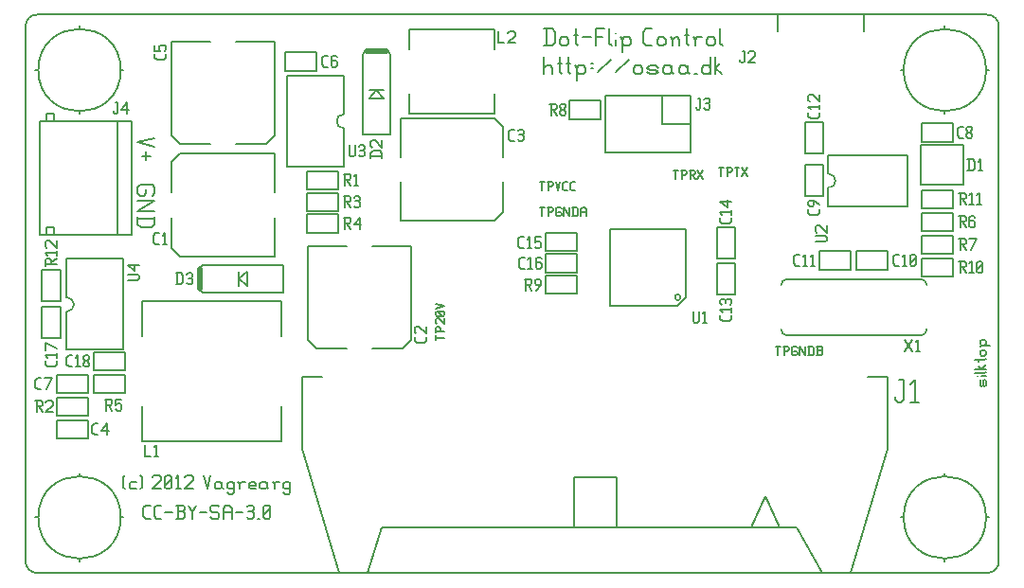
<source format=gto>
G04 start of page 8 for group -4079 idx -4079 *
G04 Title: Dot-Flip Control, topsilk *
G04 Creator: pcb 20110918 *
G04 CreationDate: Tue 04 Dec 2012 09:28:54 AM GMT UTC *
G04 For: bertho *
G04 Format: Gerber/RS-274X *
G04 PCB-Dimensions: 450000 250000 *
G04 PCB-Coordinate-Origin: lower left *
%MOIN*%
%FSLAX25Y25*%
%LNTOPSILK*%
%ADD90C,0.0200*%
%ADD89C,0.0075*%
%ADD88C,0.0070*%
%ADD87C,0.0080*%
G54D87*X24000Y230000D02*X358500D01*
X362500Y226000D02*Y37500D01*
X358500Y33500D02*X24000D01*
X20000Y37500D02*Y226000D01*
X362500Y37500D02*G75*G02X358500Y33500I-4000J0D01*G01*
Y230000D02*G75*G02X362500Y226000I0J-4000D01*G01*
X20000D02*G75*G02X24000Y230000I4000J0D01*G01*
Y33500D02*G75*G02X20000Y37500I0J4000D01*G01*
G54D88*X54500Y63600D02*X55100Y63000D01*
X54500Y67200D02*X55100Y67800D01*
X54500Y67200D02*Y63600D01*
X57140Y65400D02*X58940D01*
X56540Y64800D02*X57140Y65400D01*
X56540Y64800D02*Y63600D01*
X57140Y63000D01*
X58940D01*
X60380Y67800D02*X60980Y67200D01*
Y63600D01*
X60380Y63000D02*X60980Y63600D01*
X64580Y67200D02*X65180Y67800D01*
X66980D01*
X67580Y67200D01*
Y66000D01*
X64580Y63000D02*X67580Y66000D01*
X64580Y63000D02*X67580D01*
X69020Y63600D02*X69620Y63000D01*
X69020Y67200D02*Y63600D01*
Y67200D02*X69620Y67800D01*
X70820D01*
X71420Y67200D01*
Y63600D01*
X70820Y63000D02*X71420Y63600D01*
X69620Y63000D02*X70820D01*
X69020Y64200D02*X71420Y66600D01*
X72860Y66840D02*X73820Y67800D01*
Y63000D01*
X72860D02*X74660D01*
X76100Y67200D02*X76700Y67800D01*
X78500D01*
X79100Y67200D01*
Y66000D01*
X76100Y63000D02*X79100Y66000D01*
X76100Y63000D02*X79100D01*
X82700Y67800D02*X83900Y63000D01*
X85100Y67800D01*
X88340Y65400D02*X88940Y64800D01*
X87140Y65400D02*X88340D01*
X86540Y64800D02*X87140Y65400D01*
X86540Y64800D02*Y63600D01*
X87140Y63000D01*
X88940Y65400D02*Y63600D01*
X89540Y63000D01*
X87140D02*X88340D01*
X88940Y63600D01*
X92780Y65400D02*X93380Y64800D01*
X91580Y65400D02*X92780D01*
X90980Y64800D02*X91580Y65400D01*
X90980Y64800D02*Y63600D01*
X91580Y63000D01*
X92780D01*
X93380Y63600D01*
X90980Y61800D02*X91580Y61200D01*
X92780D01*
X93380Y61800D01*
Y65400D02*Y61800D01*
X95420Y64800D02*Y63000D01*
Y64800D02*X96020Y65400D01*
X97220D01*
X94820D02*X95420Y64800D01*
X99260Y63000D02*X101060D01*
X98660Y63600D02*X99260Y63000D01*
X98660Y64800D02*Y63600D01*
Y64800D02*X99260Y65400D01*
X100460D01*
X101060Y64800D01*
X98660Y64200D02*X101060D01*
Y64800D02*Y64200D01*
X104300Y65400D02*X104900Y64800D01*
X103100Y65400D02*X104300D01*
X102500Y64800D02*X103100Y65400D01*
X102500Y64800D02*Y63600D01*
X103100Y63000D01*
X104900Y65400D02*Y63600D01*
X105500Y63000D01*
X103100D02*X104300D01*
X104900Y63600D01*
X107540Y64800D02*Y63000D01*
Y64800D02*X108140Y65400D01*
X109340D01*
X106940D02*X107540Y64800D01*
X112580Y65400D02*X113180Y64800D01*
X111380Y65400D02*X112580D01*
X110780Y64800D02*X111380Y65400D01*
X110780Y64800D02*Y63600D01*
X111380Y63000D01*
X112580D01*
X113180Y63600D01*
X110780Y61800D02*X111380Y61200D01*
X112580D01*
X113180Y61800D01*
Y65400D02*Y61800D01*
X62340Y52500D02*X63900D01*
X61500Y53340D02*X62340Y52500D01*
X61500Y56460D02*Y53340D01*
Y56460D02*X62340Y57300D01*
X63900D01*
X66180Y52500D02*X67740D01*
X65340Y53340D02*X66180Y52500D01*
X65340Y56460D02*Y53340D01*
Y56460D02*X66180Y57300D01*
X67740D01*
X69180Y54900D02*X71580D01*
X73020Y52500D02*X75420D01*
X76020Y53100D01*
Y54540D02*Y53100D01*
X75420Y55140D02*X76020Y54540D01*
X73620Y55140D02*X75420D01*
X73620Y57300D02*Y52500D01*
X73020Y57300D02*X75420D01*
X76020Y56700D01*
Y55740D01*
X75420Y55140D02*X76020Y55740D01*
X77460Y57300D02*X78660Y54900D01*
X79860Y57300D01*
X78660Y54900D02*Y52500D01*
X81300Y54900D02*X83700D01*
X87540Y57300D02*X88140Y56700D01*
X85740Y57300D02*X87540D01*
X85140Y56700D02*X85740Y57300D01*
X85140Y56700D02*Y55500D01*
X85740Y54900D01*
X87540D01*
X88140Y54300D01*
Y53100D01*
X87540Y52500D02*X88140Y53100D01*
X85740Y52500D02*X87540D01*
X85140Y53100D02*X85740Y52500D01*
X89580Y56100D02*Y52500D01*
Y56100D02*X90420Y57300D01*
X91740D01*
X92580Y56100D01*
Y52500D01*
X89580Y54900D02*X92580D01*
X94020D02*X96420D01*
X97860Y56700D02*X98460Y57300D01*
X99660D01*
X100260Y56700D01*
X99660Y52500D02*X100260Y53100D01*
X98460Y52500D02*X99660D01*
X97860Y53100D02*X98460Y52500D01*
Y55140D02*X99660D01*
X100260Y56700D02*Y55740D01*
Y54540D02*Y53100D01*
Y54540D02*X99660Y55140D01*
X100260Y55740D02*X99660Y55140D01*
X101700Y52500D02*X102300D01*
X103740Y53100D02*X104340Y52500D01*
X103740Y56700D02*Y53100D01*
Y56700D02*X104340Y57300D01*
X105540D01*
X106140Y56700D01*
Y53100D01*
X105540Y52500D02*X106140Y53100D01*
X104340Y52500D02*X105540D01*
X103740Y53700D02*X106140Y56100D01*
X65500Y167000D02*X64750Y166250D01*
X65500Y169250D02*Y167000D01*
X64750Y170000D02*X65500Y169250D01*
X60250Y170000D02*X64750D01*
X60250D02*X59500Y169250D01*
Y167000D01*
X60250Y166250D01*
X61750D01*
X62500Y167000D02*X61750Y166250D01*
X62500Y168500D02*Y167000D01*
X59500Y164450D02*X65500D01*
X59500Y160700D01*
X65500D01*
X59500Y158150D02*X65500D01*
Y156200D02*X64450Y155150D01*
X60550D02*X64450D01*
X59500Y156200D02*X60550Y155150D01*
X59500Y158900D02*Y156200D01*
X65500Y158900D02*Y156200D01*
Y186500D02*X59500Y185000D01*
X65500Y183500D01*
X62500Y181700D02*Y178700D01*
X61000Y180200D02*X64000D01*
X203250Y225000D02*Y219000D01*
X205200Y225000D02*X206250Y223950D01*
Y220050D01*
X205200Y219000D02*X206250Y220050D01*
X202500Y219000D02*X205200D01*
X202500Y225000D02*X205200D01*
X208050Y221250D02*Y219750D01*
Y221250D02*X208800Y222000D01*
X210300D01*
X211050Y221250D01*
Y219750D01*
X210300Y219000D02*X211050Y219750D01*
X208800Y219000D02*X210300D01*
X208050Y219750D02*X208800Y219000D01*
X213600Y225000D02*Y219750D01*
X214350Y219000D01*
X212850Y222750D02*X214350D01*
X215850Y222000D02*X218850D01*
X220650Y225000D02*Y219000D01*
Y225000D02*X223650D01*
X220650Y222300D02*X222900D01*
X225450Y225000D02*Y219750D01*
X226200Y219000D01*
G54D89*X227700Y223500D02*Y223350D01*
G54D88*Y221250D02*Y219000D01*
X229950Y221250D02*Y216750D01*
X229200Y222000D02*X229950Y221250D01*
X230700Y222000D01*
X232200D01*
X232950Y221250D01*
Y219750D01*
X232200Y219000D02*X232950Y219750D01*
X230700Y219000D02*X232200D01*
X229950Y219750D02*X230700Y219000D01*
X238500D02*X240450D01*
X237450Y220050D02*X238500Y219000D01*
X237450Y223950D02*Y220050D01*
Y223950D02*X238500Y225000D01*
X240450D01*
X242250Y221250D02*Y219750D01*
Y221250D02*X243000Y222000D01*
X244500D01*
X245250Y221250D01*
Y219750D01*
X244500Y219000D02*X245250Y219750D01*
X243000Y219000D02*X244500D01*
X242250Y219750D02*X243000Y219000D01*
X247800Y221250D02*Y219000D01*
Y221250D02*X248550Y222000D01*
X249300D01*
X250050Y221250D01*
Y219000D01*
X247050Y222000D02*X247800Y221250D01*
X252600Y225000D02*Y219750D01*
X253350Y219000D01*
X251850Y222750D02*X253350D01*
X255600Y221250D02*Y219000D01*
Y221250D02*X256350Y222000D01*
X257850D01*
X254850D02*X255600Y221250D01*
X259650D02*Y219750D01*
Y221250D02*X260400Y222000D01*
X261900D01*
X262650Y221250D01*
Y219750D01*
X261900Y219000D02*X262650Y219750D01*
X260400Y219000D02*X261900D01*
X259650Y219750D02*X260400Y219000D01*
X264450Y225000D02*Y219750D01*
X265200Y219000D01*
X202500Y215000D02*Y209000D01*
Y211250D02*X203250Y212000D01*
X204750D01*
X205500Y211250D01*
Y209000D01*
X208050Y215000D02*Y209750D01*
X208800Y209000D01*
X207300Y212750D02*X208800D01*
X211050Y215000D02*Y209750D01*
X211800Y209000D01*
X210300Y212750D02*X211800D01*
X214050Y211250D02*Y206750D01*
X213300Y212000D02*X214050Y211250D01*
X214800Y212000D01*
X216300D01*
X217050Y211250D01*
Y209750D01*
X216300Y209000D02*X217050Y209750D01*
X214800Y209000D02*X216300D01*
X214050Y209750D02*X214800Y209000D01*
X218850Y212750D02*X219600D01*
X218850Y211250D02*X219600D01*
X221400Y209750D02*X225900Y214250D01*
X227700Y209750D02*X232200Y214250D01*
X234000Y211250D02*Y209750D01*
Y211250D02*X234750Y212000D01*
X236250D01*
X237000Y211250D01*
Y209750D01*
X236250Y209000D02*X237000Y209750D01*
X234750Y209000D02*X236250D01*
X234000Y209750D02*X234750Y209000D01*
X239550D02*X241800D01*
X242550Y209750D01*
X241800Y210500D02*X242550Y209750D01*
X239550Y210500D02*X241800D01*
X238800Y211250D02*X239550Y210500D01*
X238800Y211250D02*X239550Y212000D01*
X241800D01*
X242550Y211250D01*
X238800Y209750D02*X239550Y209000D01*
X246600Y212000D02*X247350Y211250D01*
X245100Y212000D02*X246600D01*
X244350Y211250D02*X245100Y212000D01*
X244350Y211250D02*Y209750D01*
X245100Y209000D01*
X247350Y212000D02*Y209750D01*
X248100Y209000D01*
X245100D02*X246600D01*
X247350Y209750D01*
X252150Y212000D02*X252900Y211250D01*
X250650Y212000D02*X252150D01*
X249900Y211250D02*X250650Y212000D01*
X249900Y211250D02*Y209750D01*
X250650Y209000D01*
X252900Y212000D02*Y209750D01*
X253650Y209000D01*
X250650D02*X252150D01*
X252900Y209750D01*
X255450Y209000D02*X256200D01*
X261000Y215000D02*Y209000D01*
X260250D02*X261000Y209750D01*
X258750Y209000D02*X260250D01*
X258000Y209750D02*X258750Y209000D01*
X258000Y211250D02*Y209750D01*
Y211250D02*X258750Y212000D01*
X260250D01*
X261000Y211250D01*
X262800Y215000D02*Y209000D01*
Y211250D02*X265050Y209000D01*
X262800Y211250D02*X264300Y212750D01*
X358000Y101000D02*Y99500D01*
Y101000D02*X357500Y101500D01*
X357000Y101000D02*X357500Y101500D01*
X357000Y101000D02*Y99500D01*
X356500Y99000D02*X357000Y99500D01*
X356500Y99000D02*X356000Y99500D01*
Y101000D02*Y99500D01*
Y101000D02*X356500Y101500D01*
X357500Y99000D02*X358000Y99500D01*
X355000Y102700D02*X355100D01*
X356500D02*X358000D01*
X354000Y103700D02*X357500D01*
X358000Y104200D01*
X354000Y105200D02*X358000D01*
X356500D02*X358000Y106700D01*
X356500Y105200D02*X355500Y106200D01*
X354000Y108400D02*X357500D01*
X358000Y108900D01*
X355500D02*Y107900D01*
X356500Y109900D02*X357500D01*
X356500D02*X356000Y110400D01*
Y111400D02*Y110400D01*
Y111400D02*X356500Y111900D01*
X357500D01*
X358000Y111400D02*X357500Y111900D01*
X358000Y111400D02*Y110400D01*
X357500Y109900D02*X358000Y110400D01*
X356500Y113600D02*X359500D01*
X356000Y113100D02*X356500Y113600D01*
X356000Y114100D01*
Y115100D02*Y114100D01*
Y115100D02*X356500Y115600D01*
X357500D01*
X358000Y115100D02*X357500Y115600D01*
X358000Y115100D02*Y114100D01*
X357500Y113600D02*X358000Y114100D01*
G54D87*X323500Y102500D02*Y77000D01*
X310500Y33500D01*
X300500D02*X310500D01*
X300500D02*X291500Y49500D01*
X145500D02*X291500D01*
X145500D02*X140500Y33500D01*
X130500D02*X140500D01*
X130500D02*X117500Y77000D01*
Y102500D02*Y77000D01*
X316500Y102500D02*X323500D01*
X117500D02*X124500D01*
X228000Y67000D02*Y49500D01*
X213000Y67000D02*X228000D01*
X213000D02*Y49500D01*
X285500D02*X280500Y60500D01*
X275500Y49500D01*
X269700Y155000D02*Y144000D01*
X263300Y155000D02*Y144000D01*
Y155000D02*X269700D01*
X263300Y144000D02*X269700D01*
X203000Y153200D02*X214000D01*
X203000Y146800D02*X214000D01*
X203000Y153200D02*Y146800D01*
X214000Y153200D02*Y146800D01*
X263300Y142500D02*Y131500D01*
X269700Y142500D02*Y131500D01*
X263300D02*X269700D01*
X263300Y142500D02*X269700D01*
X203000Y138200D02*X214000D01*
X203000Y131800D02*X214000D01*
X203000Y138200D02*Y131800D01*
X214000Y138200D02*Y131800D01*
X203000Y145700D02*X214000D01*
X203000Y139300D02*X214000D01*
X203000Y145700D02*Y139300D01*
X214000Y145700D02*Y139300D01*
X343500Y38500D02*Y37500D01*
X358000Y53000D02*X359000D01*
X329000D02*X328000D01*
X343500Y67500D02*Y68500D01*
X329000Y53000D02*G75*G03X329000Y53000I14500J0D01*G01*
X299500Y140300D02*X310500D01*
X299500Y146700D02*X310500D01*
Y140300D01*
X299500Y146700D02*Y140300D01*
X312500Y146700D02*X323500D01*
X312500Y140300D02*X323500D01*
X312500Y146700D02*Y140300D01*
X323500Y146700D02*Y140300D01*
X335500Y144200D02*X346500D01*
X335500Y137800D02*X346500D01*
X335500Y144200D02*Y137800D01*
X346500Y144200D02*Y137800D01*
X287878Y117158D02*X335123D01*
X287878Y136842D02*X335123D01*
X337090Y134873D02*G75*G03X335121Y136842I-1969J0D01*G01*
X287878D02*G75*G03X285909Y134873I0J-1969D01*G01*
X285910Y119127D02*G75*G03X287879Y117158I1969J0D01*G01*
X335124D02*G75*G03X337093Y119127I0J1969D01*G01*
X343500Y196000D02*Y195000D01*
X358000Y210500D02*X359000D01*
X329000D02*X328000D01*
X343500Y225000D02*Y226000D01*
X329000Y210500D02*G75*G03X329000Y210500I14500J0D01*G01*
X300700Y177000D02*Y166000D01*
X294300Y177000D02*Y166000D01*
Y177000D02*X300700D01*
X294300Y166000D02*X300700D01*
X294300Y192000D02*Y181000D01*
X300700Y192000D02*Y181000D01*
X294300D02*X300700D01*
X294300Y192000D02*X300700D01*
X335000Y184000D02*X350000D01*
X335000D02*Y170000D01*
X350000D01*
Y184000D02*Y170000D01*
X335500Y185300D02*X346500D01*
X335500Y191700D02*X346500D01*
Y185300D01*
X335500Y191700D02*Y185300D01*
Y153800D02*X346500D01*
X335500Y160200D02*X346500D01*
Y153800D01*
X335500Y160200D02*Y153800D01*
Y168200D02*X346500D01*
X335500Y161800D02*X346500D01*
X335500Y168200D02*Y161800D01*
X346500Y168200D02*Y161800D01*
X284843Y230031D02*X315157D01*
Y224323D01*
X284843Y230031D02*Y224323D01*
X302500Y180600D02*X330500D01*
Y162400D01*
X302500Y180600D02*Y174059D01*
Y168941D02*Y162400D01*
X330500D01*
X302500Y169000D02*G75*G03X302500Y174000I0J2500D01*G01*
X335500Y145800D02*X346500D01*
X335500Y152200D02*X346500D01*
Y145800D01*
X335500Y152200D02*Y145800D01*
X155039Y195039D02*X184961D01*
X155039Y202323D02*Y195039D01*
Y224961D02*X184961D01*
Y202323D02*Y195039D01*
X155039Y224961D02*Y217677D01*
X184961Y224961D02*Y217677D01*
X151968Y171035D02*Y157468D01*
X185032D01*
X188032Y160468D01*
Y171035D02*Y160468D01*
X151968Y193532D02*Y179965D01*
Y193532D02*X185032D01*
X188032Y190532D01*
Y179965D01*
X224000Y201500D02*X254000D01*
X224000D02*Y181500D01*
X254000D01*
Y201500D02*Y181500D01*
X244000Y201500D02*Y191500D01*
X254000D01*
X211500Y199700D02*X222500D01*
X211500Y193300D02*X222500D01*
X211500Y199700D02*Y193300D01*
X222500Y199700D02*Y193300D01*
X225621Y127621D02*X249479D01*
X225621Y154379D02*Y127621D01*
Y154379D02*X252379D01*
Y130521D01*
X249479Y127621D01*
X250479Y130521D02*G75*G03X250479Y130521I-1000J0D01*G01*
G54D88*X141000Y203600D02*X146000D01*
X141000Y200400D02*X146000D01*
X141000D02*X143500Y203600D01*
X146000Y200400D01*
G54D90*X140000Y217300D02*X147000D01*
G54D87*X140000D02*X138700Y216000D01*
Y187700D01*
X148300D01*
Y216000D02*Y187700D01*
Y216000D02*X147000Y217300D01*
X71468Y220532D02*X85035D01*
X71468D02*Y187468D01*
X74468Y184468D01*
X85035D01*
X93965Y220532D02*X107532D01*
Y187468D01*
X104532Y184468D01*
X93965D02*X104532D01*
X112000Y208500D02*X132000D01*
X112000D02*Y176500D01*
X132000D01*
Y208500D02*Y195000D01*
Y190000D02*Y176500D01*
Y195000D02*G75*G03X132000Y190000I0J-2500D01*G01*
X111500Y210300D02*X122500D01*
X111500Y216700D02*X122500D01*
Y210300D01*
X111500Y216700D02*Y210300D01*
X39000Y196000D02*Y195000D01*
X53500Y210500D02*X54500D01*
X24500D02*X23500D01*
X39000Y225000D02*Y226000D01*
X24500Y210500D02*G75*G03X24500Y210500I14500J0D01*G01*
X57500Y192500D02*Y152500D01*
X25000D02*X57500D01*
X25000Y192500D02*Y152500D01*
Y192500D02*X57500D01*
X30000Y195000D02*Y192500D01*
X27500Y195000D02*X30000D01*
X27500D02*Y192500D01*
X30000Y155000D02*Y152500D01*
X27500Y155000D02*X30000D01*
X52500Y192500D02*Y152500D01*
X27500Y155000D02*Y152500D01*
X119000Y159700D02*X130000D01*
X119000Y153300D02*X130000D01*
X119000Y159700D02*Y153300D01*
X130000Y159700D02*Y153300D01*
X119000Y160800D02*X130000D01*
X119000Y167200D02*X130000D01*
Y160800D01*
X119000Y167200D02*Y160800D01*
Y174944D02*X130000D01*
X119000Y168544D02*X130000D01*
X119000Y174944D02*Y168544D01*
X130000Y174944D02*Y168544D01*
X107532Y181032D02*Y167465D01*
X74468Y181032D02*X107532D01*
X74468D02*X71468Y178032D01*
Y167465D01*
X107532Y158535D02*Y144968D01*
X74468D02*X107532D01*
X74468D02*X71468Y147968D01*
Y158535D02*Y147968D01*
X119468Y148532D02*X133035D01*
X119468D02*Y115468D01*
X122468Y112468D01*
X133035D01*
X141965Y148532D02*X155532D01*
Y115468D01*
X152532Y112468D01*
X141965D02*X152532D01*
G54D88*X94900Y139500D02*Y134500D01*
X98100Y139500D02*Y134500D01*
X94900Y137000D01*
X98100Y139500D01*
G54D90*X81200Y140500D02*Y133500D01*
G54D87*X82500Y132200D01*
X110800D01*
Y141800D02*Y132200D01*
X82500Y141800D02*X110800D01*
X82500D02*X81200Y140500D01*
X60894Y129106D02*X110106D01*
X60894Y79894D02*X110106D01*
X60894Y129106D02*Y116705D01*
Y92295D02*Y79894D01*
X110106Y92295D02*Y79894D01*
Y129106D02*Y116705D01*
X39000Y38500D02*Y37500D01*
X53500Y53000D02*X54500D01*
X24500D02*X23500D01*
X39000Y67500D02*Y68500D01*
X24500Y53000D02*G75*G03X24500Y53000I14500J0D01*G01*
X31000Y80800D02*X42000D01*
X31000Y87200D02*X42000D01*
Y80800D01*
X31000Y87200D02*Y80800D01*
Y88800D02*X42000D01*
X31000Y95200D02*X42000D01*
Y88800D01*
X31000Y95200D02*Y88800D01*
Y96800D02*X42000D01*
X31000Y103200D02*X42000D01*
Y96800D01*
X31000Y103200D02*Y96800D01*
X44000D02*X55000D01*
X44000Y103200D02*X55000D01*
Y96800D01*
X44000Y103200D02*Y96800D01*
X25800Y127000D02*Y116000D01*
X32200Y127000D02*Y116000D01*
X25800D02*X32200D01*
X25800Y127000D02*X32200D01*
X25800Y140000D02*Y129000D01*
X32200Y140000D02*Y129000D01*
X25800D02*X32200D01*
X25800Y140000D02*X32200D01*
X44000Y111200D02*X55000D01*
X44000Y104800D02*X55000D01*
X44000Y111200D02*Y104800D01*
X55000Y111200D02*Y104800D01*
X34500Y112000D02*X54500D01*
Y144000D02*Y112000D01*
X34500Y144000D02*X54500D01*
X34500Y125500D02*Y112000D01*
Y144000D02*Y130500D01*
Y125500D02*G75*G03X34500Y130500I0J2500D01*G01*
G54D88*X272200Y217000D02*X273000D01*
Y213500D01*
X272500Y213000D02*X273000Y213500D01*
X272000Y213000D02*X272500D01*
X271500Y213500D02*X272000Y213000D01*
X271500Y214000D02*Y213500D01*
X274200Y216500D02*X274700Y217000D01*
X276200D01*
X276700Y216500D01*
Y215500D01*
X274200Y213000D02*X276700Y215500D01*
X274200Y213000D02*X276700D01*
X186500Y224000D02*Y220000D01*
X188500D01*
X189700Y223500D02*X190200Y224000D01*
X191700D01*
X192200Y223500D01*
Y222500D01*
X189700Y220000D02*X192200Y222500D01*
X189700Y220000D02*X192200D01*
X190700Y185500D02*X192000D01*
X190000Y186200D02*X190700Y185500D01*
X190000Y188800D02*Y186200D01*
Y188800D02*X190700Y189500D01*
X192000D01*
X193200Y189000D02*X193700Y189500D01*
X194700D01*
X195200Y189000D01*
X194700Y185500D02*X195200Y186000D01*
X193700Y185500D02*X194700D01*
X193200Y186000D02*X193700Y185500D01*
Y187700D02*X194700D01*
X195200Y189000D02*Y188200D01*
Y187200D02*Y186000D01*
Y187200D02*X194700Y187700D01*
X195200Y188200D02*X194700Y187700D01*
X141500Y180000D02*X145500D01*
X141500Y181300D02*X142200Y182000D01*
X144800D01*
X145500Y181300D02*X144800Y182000D01*
X145500Y181300D02*Y179500D01*
X141500Y181300D02*Y179500D01*
X142000Y183200D02*X141500Y183700D01*
Y185200D02*Y183700D01*
Y185200D02*X142000Y185700D01*
X143000D01*
X145500Y183200D02*X143000Y185700D01*
X145500D02*Y183200D01*
X69500Y216000D02*Y214700D01*
X68800Y214000D02*X69500Y214700D01*
X66200Y214000D02*X68800D01*
X66200D02*X65500Y214700D01*
Y216000D02*Y214700D01*
Y219200D02*Y217200D01*
X67500D01*
X67000Y217700D01*
Y218700D02*Y217700D01*
Y218700D02*X67500Y219200D01*
X69000D01*
X69500Y218700D02*X69000Y219200D01*
X69500Y218700D02*Y217700D01*
X69000Y217200D02*X69500Y217700D01*
X134000Y184000D02*Y180500D01*
X134500Y180000D01*
X135500D01*
X136000Y180500D01*
Y184000D02*Y180500D01*
X137200Y183500D02*X137700Y184000D01*
X138700D01*
X139200Y183500D01*
X138700Y180000D02*X139200Y180500D01*
X137700Y180000D02*X138700D01*
X137200Y180500D02*X137700Y180000D01*
Y182200D02*X138700D01*
X139200Y183500D02*Y182700D01*
Y181700D02*Y180500D01*
Y181700D02*X138700Y182200D01*
X139200Y182700D02*X138700Y182200D01*
X125050Y211650D02*X126350D01*
X124350Y212350D02*X125050Y211650D01*
X124350Y214950D02*Y212350D01*
Y214950D02*X125050Y215650D01*
X126350D01*
X129050D02*X129550Y215150D01*
X128050Y215650D02*X129050D01*
X127550Y215150D02*X128050Y215650D01*
X127550Y215150D02*Y212150D01*
X128050Y211650D01*
X129050Y213850D02*X129550Y213350D01*
X127550Y213850D02*X129050D01*
X128050Y211650D02*X129050D01*
X129550Y212150D01*
Y213350D02*Y212150D01*
X256700Y200500D02*X257500D01*
Y197000D01*
X257000Y196500D02*X257500Y197000D01*
X256500Y196500D02*X257000D01*
X256000Y197000D02*X256500Y196500D01*
X256000Y197500D02*Y197000D01*
X258700Y200000D02*X259200Y200500D01*
X260200D01*
X260700Y200000D01*
X260200Y196500D02*X260700Y197000D01*
X259200Y196500D02*X260200D01*
X258700Y197000D02*X259200Y196500D01*
Y198700D02*X260200D01*
X260700Y200000D02*Y199200D01*
Y198200D02*Y197000D01*
Y198200D02*X260200Y198700D01*
X260700Y199200D02*X260200Y198700D01*
X204350Y198650D02*X206350D01*
X206850Y198150D01*
Y197150D01*
X206350Y196650D02*X206850Y197150D01*
X204850Y196650D02*X206350D01*
X204850Y198650D02*Y194650D01*
X205650Y196650D02*X206850Y194650D01*
X208050Y195150D02*X208550Y194650D01*
X208050Y195950D02*Y195150D01*
Y195950D02*X208750Y196650D01*
X209350D01*
X210050Y195950D01*
Y195150D01*
X209550Y194650D02*X210050Y195150D01*
X208550Y194650D02*X209550D01*
X208050Y197350D02*X208750Y196650D01*
X208050Y198150D02*Y197350D01*
Y198150D02*X208550Y198650D01*
X209550D01*
X210050Y198150D01*
Y197350D01*
X209350Y196650D02*X210050Y197350D01*
X51700Y199000D02*X52500D01*
Y195500D01*
X52000Y195000D02*X52500Y195500D01*
X51500Y195000D02*X52000D01*
X51000Y195500D02*X51500Y195000D01*
X51000Y196000D02*Y195500D01*
X53700Y196500D02*X55700Y199000D01*
X53700Y196500D02*X56200D01*
X55700Y199000D02*Y195000D01*
G54D87*X327400Y101500D02*X329000D01*
Y94500D01*
X328000Y93500D02*X329000Y94500D01*
X327000Y93500D02*X328000D01*
X326000Y94500D02*X327000Y93500D01*
X326000Y95500D02*Y94500D01*
X331400Y99900D02*X333000Y101500D01*
Y93500D01*
X331400D02*X334400D01*
G54D88*X329500Y111500D02*X332000Y115500D01*
X329500D02*X332000Y111500D01*
X333200Y114700D02*X334000Y115500D01*
Y111500D01*
X333200D02*X334700D01*
X284000Y113200D02*X285600D01*
X284800D02*Y110000D01*
X286960Y113200D02*Y110000D01*
X286560Y113200D02*X288160D01*
X288560Y112800D01*
Y112000D01*
X288160Y111600D02*X288560Y112000D01*
X286960Y111600D02*X288160D01*
X291120Y113200D02*X291520Y112800D01*
X289920Y113200D02*X291120D01*
X289520Y112800D02*X289920Y113200D01*
X289520Y112800D02*Y110400D01*
X289920Y110000D01*
X291120D01*
X291520Y110400D01*
Y111200D02*Y110400D01*
X291120Y111600D02*X291520Y111200D01*
X290320Y111600D02*X291120D01*
X292480Y113200D02*Y110000D01*
Y113200D02*X294480Y110000D01*
Y113200D02*Y110000D01*
X295840Y113200D02*Y110000D01*
X296880Y113200D02*X297440Y112640D01*
Y110560D01*
X296880Y110000D02*X297440Y110560D01*
X295440Y110000D02*X296880D01*
X295440Y113200D02*X296880D01*
X298400Y110000D02*X300000D01*
X300400Y110400D01*
Y111360D02*Y110400D01*
X300000Y111760D02*X300400Y111360D01*
X298800Y111760D02*X300000D01*
X298800Y113200D02*Y110000D01*
X298400Y113200D02*X300000D01*
X300400Y112800D01*
Y112160D01*
X300000Y111760D02*X300400Y112160D01*
X65700Y149000D02*X67000D01*
X65000Y149700D02*X65700Y149000D01*
X65000Y152300D02*Y149700D01*
Y152300D02*X65700Y153000D01*
X67000D01*
X68200Y152200D02*X69000Y153000D01*
Y149000D01*
X68200D02*X69700D01*
X56000Y136500D02*X59500D01*
X60000Y137000D01*
Y138000D02*Y137000D01*
Y138000D02*X59500Y138500D01*
X56000D02*X59500D01*
X58500Y139700D02*X56000Y141700D01*
X58500Y142200D02*Y139700D01*
X56000Y141700D02*X60000D01*
X73500Y139000D02*Y135000D01*
X74800Y139000D02*X75500Y138300D01*
Y135700D01*
X74800Y135000D02*X75500Y135700D01*
X73000Y135000D02*X74800D01*
X73000Y139000D02*X74800D01*
X76700Y138500D02*X77200Y139000D01*
X78200D01*
X78700Y138500D01*
X78200Y135000D02*X78700Y135500D01*
X77200Y135000D02*X78200D01*
X76700Y135500D02*X77200Y135000D01*
Y137200D02*X78200D01*
X78700Y138500D02*Y137700D01*
Y136700D02*Y135500D01*
Y136700D02*X78200Y137200D01*
X78700Y137700D02*X78200Y137200D01*
X194073Y147776D02*X195373D01*
X193373Y148476D02*X194073Y147776D01*
X193373Y151076D02*Y148476D01*
Y151076D02*X194073Y151776D01*
X195373D01*
X196573Y150976D02*X197373Y151776D01*
Y147776D01*
X196573D02*X198073D01*
X199273Y151776D02*X201273D01*
X199273D02*Y149776D01*
X199773Y150276D01*
X200773D01*
X201273Y149776D01*
Y148276D01*
X200773Y147776D02*X201273Y148276D01*
X199773Y147776D02*X200773D01*
X199273Y148276D02*X199773Y147776D01*
X195629Y136875D02*X197629D01*
X198129Y136375D01*
Y135375D01*
X197629Y134875D02*X198129Y135375D01*
X196129Y134875D02*X197629D01*
X196129Y136875D02*Y132875D01*
X196929Y134875D02*X198129Y132875D01*
X199829D02*X201329Y134875D01*
Y136375D02*Y134875D01*
X200829Y136875D02*X201329Y136375D01*
X199829Y136875D02*X200829D01*
X199329Y136375D02*X199829Y136875D01*
X199329Y136375D02*Y135375D01*
X199829Y134875D01*
X201329D01*
X194329Y140575D02*X195629D01*
X193629Y141275D02*X194329Y140575D01*
X193629Y143875D02*Y141275D01*
Y143875D02*X194329Y144575D01*
X195629D01*
X196829Y143775D02*X197629Y144575D01*
Y140575D01*
X196829D02*X198329D01*
X201029Y144575D02*X201529Y144075D01*
X200029Y144575D02*X201029D01*
X199529Y144075D02*X200029Y144575D01*
X199529Y144075D02*Y141075D01*
X200029Y140575D01*
X201029Y142775D02*X201529Y142275D01*
X199529Y142775D02*X201029D01*
X200029Y140575D02*X201029D01*
X201529Y141075D01*
Y142275D02*Y141075D01*
X24200Y98000D02*X25500D01*
X23500Y98700D02*X24200Y98000D01*
X23500Y101300D02*Y98700D01*
Y101300D02*X24200Y102000D01*
X25500D01*
X27200Y98000D02*X29200Y102000D01*
X26700D02*X29200D01*
X31000Y108000D02*Y106700D01*
X30300Y106000D02*X31000Y106700D01*
X27700Y106000D02*X30300D01*
X27700D02*X27000Y106700D01*
Y108000D02*Y106700D01*
X27800Y109200D02*X27000Y110000D01*
X31000D01*
Y110700D02*Y109200D01*
Y112400D02*X27000Y114400D01*
Y111900D01*
Y143500D02*Y141500D01*
Y143500D02*X27500Y144000D01*
X28500D01*
X29000Y143500D02*X28500Y144000D01*
X29000Y143500D02*Y142000D01*
X27000D02*X31000D01*
X29000Y142800D02*X31000Y144000D01*
X27800Y145200D02*X27000Y146000D01*
X31000D01*
Y146700D02*Y145200D01*
X27500Y147900D02*X27000Y148400D01*
Y149900D02*Y148400D01*
Y149900D02*X27500Y150400D01*
X28500D01*
X31000Y147900D02*X28500Y150400D01*
X31000D02*Y147900D01*
X161000Y116500D02*Y115200D01*
X160300Y114500D02*X161000Y115200D01*
X157700Y114500D02*X160300D01*
X157700D02*X157000Y115200D01*
Y116500D02*Y115200D01*
X157500Y117700D02*X157000Y118200D01*
Y119700D02*Y118200D01*
Y119700D02*X157500Y120200D01*
X158500D01*
X161000Y117700D02*X158500Y120200D01*
X161000D02*Y117700D01*
X44200Y82000D02*X45500D01*
X43500Y82700D02*X44200Y82000D01*
X43500Y85300D02*Y82700D01*
Y85300D02*X44200Y86000D01*
X45500D01*
X46700Y83500D02*X48700Y86000D01*
X46700Y83500D02*X49200D01*
X48700Y86000D02*Y82000D01*
X62000Y78500D02*Y74500D01*
X64000D01*
X65200Y77700D02*X66000Y78500D01*
Y74500D01*
X65200D02*X66700D01*
X48000Y94500D02*X50000D01*
X50500Y94000D01*
Y93000D01*
X50000Y92500D02*X50500Y93000D01*
X48500Y92500D02*X50000D01*
X48500Y94500D02*Y90500D01*
X49300Y92500D02*X50500Y90500D01*
X51700Y94500D02*X53700D01*
X51700D02*Y92500D01*
X52200Y93000D01*
X53200D01*
X53700Y92500D01*
Y91000D01*
X53200Y90500D02*X53700Y91000D01*
X52200Y90500D02*X53200D01*
X51700Y91000D02*X52200Y90500D01*
X35200Y106000D02*X36500D01*
X34500Y106700D02*X35200Y106000D01*
X34500Y109300D02*Y106700D01*
Y109300D02*X35200Y110000D01*
X36500D01*
X37700Y109200D02*X38500Y110000D01*
Y106000D01*
X37700D02*X39200D01*
X40400Y106500D02*X40900Y106000D01*
X40400Y107300D02*Y106500D01*
Y107300D02*X41100Y108000D01*
X41700D01*
X42400Y107300D01*
Y106500D01*
X41900Y106000D02*X42400Y106500D01*
X40900Y106000D02*X41900D01*
X40400Y108700D02*X41100Y108000D01*
X40400Y109500D02*Y108700D01*
Y109500D02*X40900Y110000D01*
X41900D01*
X42400Y109500D01*
Y108700D01*
X41700Y108000D02*X42400Y108700D01*
X164300Y117100D02*Y115500D01*
Y116300D02*X167500D01*
X164300Y118460D02*X167500D01*
X164300Y119660D02*Y118060D01*
Y119660D02*X164700Y120060D01*
X165500D01*
X165900Y119660D02*X165500Y120060D01*
X165900Y119660D02*Y118460D01*
X164700Y121020D02*X164300Y121420D01*
Y122620D02*Y121420D01*
Y122620D02*X164700Y123020D01*
X165500D01*
X167500Y121020D02*X165500Y123020D01*
X167500D02*Y121020D01*
X167100Y123980D02*X167500Y124380D01*
X164700Y123980D02*X167100D01*
X164700D02*X164300Y124380D01*
Y125180D02*Y124380D01*
Y125180D02*X164700Y125580D01*
X167100D01*
X167500Y125180D02*X167100Y125580D01*
X167500Y125180D02*Y124380D01*
X166700Y123980D02*X165100Y125580D01*
X164300Y126540D02*X167500Y127340D01*
X164300Y128140D01*
X23350Y94150D02*X25350D01*
X25850Y93650D01*
Y92650D01*
X25350Y92150D02*X25850Y92650D01*
X23850Y92150D02*X25350D01*
X23850Y94150D02*Y90150D01*
X24650Y92150D02*X25850Y90150D01*
X27050Y93650D02*X27550Y94150D01*
X29050D01*
X29550Y93650D01*
Y92650D01*
X27050Y90150D02*X29550Y92650D01*
X27050Y90150D02*X29550D01*
X299350Y161350D02*Y160050D01*
X298650Y159350D02*X299350Y160050D01*
X296050Y159350D02*X298650D01*
X296050D02*X295350Y160050D01*
Y161350D02*Y160050D01*
X299350Y163050D02*X297350Y164550D01*
X295850D02*X297350D01*
X295350Y164050D02*X295850Y164550D01*
X295350Y164050D02*Y163050D01*
X295850Y162550D02*X295350Y163050D01*
X295850Y162550D02*X296850D01*
X297350Y163050D01*
Y164550D02*Y163050D01*
X299500Y195500D02*Y194200D01*
X298800Y193500D02*X299500Y194200D01*
X296200Y193500D02*X298800D01*
X296200D02*X295500Y194200D01*
Y195500D02*Y194200D01*
X296300Y196700D02*X295500Y197500D01*
X299500D01*
Y198200D02*Y196700D01*
X296000Y199400D02*X295500Y199900D01*
Y201400D02*Y199900D01*
Y201400D02*X296000Y201900D01*
X297000D01*
X299500Y199400D02*X297000Y201900D01*
X299500D02*Y199400D01*
X352000Y179000D02*Y175000D01*
X353300Y179000D02*X354000Y178300D01*
Y175700D01*
X353300Y175000D02*X354000Y175700D01*
X351500Y175000D02*X353300D01*
X351500Y179000D02*X353300D01*
X355200Y178200D02*X356000Y179000D01*
Y175000D01*
X355200D02*X356700D01*
X348550Y186650D02*X349850D01*
X347850Y187350D02*X348550Y186650D01*
X347850Y189950D02*Y187350D01*
Y189950D02*X348550Y190650D01*
X349850D01*
X351050Y187150D02*X351550Y186650D01*
X351050Y187950D02*Y187150D01*
Y187950D02*X351750Y188650D01*
X352350D01*
X353050Y187950D01*
Y187150D01*
X352550Y186650D02*X353050Y187150D01*
X351550Y186650D02*X352550D01*
X351050Y189350D02*X351750Y188650D01*
X351050Y190150D02*Y189350D01*
Y190150D02*X351550Y190650D01*
X352550D01*
X353050Y190150D01*
Y189350D01*
X352350Y188650D02*X353050Y189350D01*
X348350Y167150D02*X350350D01*
X350850Y166650D01*
Y165650D01*
X350350Y165150D02*X350850Y165650D01*
X348850Y165150D02*X350350D01*
X348850Y167150D02*Y163150D01*
X349650Y165150D02*X350850Y163150D01*
X352050Y166350D02*X352850Y167150D01*
Y163150D01*
X352050D02*X353550D01*
X354750Y166350D02*X355550Y167150D01*
Y163150D01*
X354750D02*X356250D01*
X348350Y159150D02*X350350D01*
X350850Y158650D01*
Y157650D01*
X350350Y157150D02*X350850Y157650D01*
X348850Y157150D02*X350350D01*
X348850Y159150D02*Y155150D01*
X349650Y157150D02*X350850Y155150D01*
X353550Y159150D02*X354050Y158650D01*
X352550Y159150D02*X353550D01*
X352050Y158650D02*X352550Y159150D01*
X352050Y158650D02*Y155650D01*
X352550Y155150D01*
X353550Y157350D02*X354050Y156850D01*
X352050Y157350D02*X353550D01*
X352550Y155150D02*X353550D01*
X354050Y155650D01*
Y156850D02*Y155650D01*
X268350Y158350D02*Y157050D01*
X267650Y156350D02*X268350Y157050D01*
X265050Y156350D02*X267650D01*
X265050D02*X264350Y157050D01*
Y158350D02*Y157050D01*
X265150Y159550D02*X264350Y160350D01*
X268350D01*
Y161050D02*Y159550D01*
X266850Y162250D02*X264350Y164250D01*
X266850Y164750D02*Y162250D01*
X264350Y164250D02*X268350D01*
X298000Y150000D02*X301500D01*
X302000Y150500D01*
Y151500D02*Y150500D01*
Y151500D02*X301500Y152000D01*
X298000D02*X301500D01*
X298500Y153200D02*X298000Y153700D01*
Y155200D02*Y153700D01*
Y155200D02*X298500Y155700D01*
X299500D01*
X302000Y153200D02*X299500Y155700D01*
X302000D02*Y153200D01*
X291050Y141650D02*X292350D01*
X290350Y142350D02*X291050Y141650D01*
X290350Y144950D02*Y142350D01*
Y144950D02*X291050Y145650D01*
X292350D01*
X293550Y144850D02*X294350Y145650D01*
Y141650D01*
X293550D02*X295050D01*
X296250Y144850D02*X297050Y145650D01*
Y141650D01*
X296250D02*X297750D01*
X255000Y125500D02*Y122000D01*
X255500Y121500D01*
X256500D01*
X257000Y122000D01*
Y125500D02*Y122000D01*
X258200Y124700D02*X259000Y125500D01*
Y121500D01*
X258200D02*X259700D01*
X268500Y124000D02*Y122700D01*
X267800Y122000D02*X268500Y122700D01*
X265200Y122000D02*X267800D01*
X265200D02*X264500Y122700D01*
Y124000D02*Y122700D01*
X265300Y125200D02*X264500Y126000D01*
X268500D01*
Y126700D02*Y125200D01*
X265000Y127900D02*X264500Y128400D01*
Y129400D02*Y128400D01*
Y129400D02*X265000Y129900D01*
X268500Y129400D02*X268000Y129900D01*
X268500Y129400D02*Y128400D01*
X268000Y127900D02*X268500Y128400D01*
X266300Y129400D02*Y128400D01*
X265000Y129900D02*X265800D01*
X266800D02*X268000D01*
X266800D02*X266300Y129400D01*
X265800Y129900D02*X266300Y129400D01*
X348350Y151150D02*X350350D01*
X350850Y150650D01*
Y149650D01*
X350350Y149150D02*X350850Y149650D01*
X348850Y149150D02*X350350D01*
X348850Y151150D02*Y147150D01*
X349650Y149150D02*X350850Y147150D01*
X352550D02*X354550Y151150D01*
X352050D02*X354550D01*
X326050Y141650D02*X327350D01*
X325350Y142350D02*X326050Y141650D01*
X325350Y144950D02*Y142350D01*
Y144950D02*X326050Y145650D01*
X327350D01*
X328550Y144850D02*X329350Y145650D01*
Y141650D01*
X328550D02*X330050D01*
X331250Y142150D02*X331750Y141650D01*
X331250Y145150D02*Y142150D01*
Y145150D02*X331750Y145650D01*
X332750D01*
X333250Y145150D01*
Y142150D01*
X332750Y141650D02*X333250Y142150D01*
X331750Y141650D02*X332750D01*
X331250Y142650D02*X333250Y144650D01*
X348350Y143150D02*X350350D01*
X350850Y142650D01*
Y141650D01*
X350350Y141150D02*X350850Y141650D01*
X348850Y141150D02*X350350D01*
X348850Y143150D02*Y139150D01*
X349650Y141150D02*X350850Y139150D01*
X352050Y142350D02*X352850Y143150D01*
Y139150D01*
X352050D02*X353550D01*
X354750Y139650D02*X355250Y139150D01*
X354750Y142650D02*Y139650D01*
Y142650D02*X355250Y143150D01*
X356250D01*
X356750Y142650D01*
Y139650D01*
X356250Y139150D02*X356750Y139650D01*
X355250Y139150D02*X356250D01*
X354750Y140150D02*X356750Y142150D01*
X264000Y176200D02*X265600D01*
X264800D02*Y173000D01*
X266960Y176200D02*Y173000D01*
X266560Y176200D02*X268160D01*
X268560Y175800D01*
Y175000D01*
X268160Y174600D02*X268560Y175000D01*
X266960Y174600D02*X268160D01*
X269520Y176200D02*X271120D01*
X270320D02*Y173000D01*
X272080D02*X274080Y176200D01*
X272080D02*X274080Y173000D01*
X248000Y175200D02*X249600D01*
X248800D02*Y172000D01*
X250960Y175200D02*Y172000D01*
X250560Y175200D02*X252160D01*
X252560Y174800D01*
Y174000D01*
X252160Y173600D02*X252560Y174000D01*
X250960Y173600D02*X252160D01*
X253520Y175200D02*X255120D01*
X255520Y174800D01*
Y174000D01*
X255120Y173600D02*X255520Y174000D01*
X253920Y173600D02*X255120D01*
X253920Y175200D02*Y172000D01*
X254560Y173600D02*X255520Y172000D01*
X256480D02*X258480Y175200D01*
X256480D02*X258480Y172000D01*
X131850Y158650D02*X133850D01*
X134350Y158150D01*
Y157150D01*
X133850Y156650D02*X134350Y157150D01*
X132350Y156650D02*X133850D01*
X132350Y158650D02*Y154650D01*
X133150Y156650D02*X134350Y154650D01*
X135550Y156150D02*X137550Y158650D01*
X135550Y156150D02*X138050D01*
X137550Y158650D02*Y154650D01*
X131850Y166150D02*X133850D01*
X134350Y165650D01*
Y164650D01*
X133850Y164150D02*X134350Y164650D01*
X132350Y164150D02*X133850D01*
X132350Y166150D02*Y162150D01*
X133150Y164150D02*X134350Y162150D01*
X135550Y165650D02*X136050Y166150D01*
X137050D01*
X137550Y165650D01*
X137050Y162150D02*X137550Y162650D01*
X136050Y162150D02*X137050D01*
X135550Y162650D02*X136050Y162150D01*
Y164350D02*X137050D01*
X137550Y165650D02*Y164850D01*
Y163850D02*Y162650D01*
Y163850D02*X137050Y164350D01*
X137550Y164850D02*X137050Y164350D01*
X131850Y173894D02*X133850D01*
X134350Y173394D01*
Y172394D01*
X133850Y171894D02*X134350Y172394D01*
X132350Y171894D02*X133850D01*
X132350Y173894D02*Y169894D01*
X133150Y171894D02*X134350Y169894D01*
X135550Y173094D02*X136350Y173894D01*
Y169894D01*
X135550D02*X137050D01*
X201000Y162200D02*X202600D01*
X201800D02*Y159000D01*
X203960Y162200D02*Y159000D01*
X203560Y162200D02*X205160D01*
X205560Y161800D01*
Y161000D01*
X205160Y160600D02*X205560Y161000D01*
X203960Y160600D02*X205160D01*
X208120Y162200D02*X208520Y161800D01*
X206920Y162200D02*X208120D01*
X206520Y161800D02*X206920Y162200D01*
X206520Y161800D02*Y159400D01*
X206920Y159000D01*
X208120D01*
X208520Y159400D01*
Y160200D02*Y159400D01*
X208120Y160600D02*X208520Y160200D01*
X207320Y160600D02*X208120D01*
X209480Y162200D02*Y159000D01*
Y162200D02*X211480Y159000D01*
Y162200D02*Y159000D01*
X212840Y162200D02*Y159000D01*
X213880Y162200D02*X214440Y161640D01*
Y159560D01*
X213880Y159000D02*X214440Y159560D01*
X212440Y159000D02*X213880D01*
X212440Y162200D02*X213880D01*
X215400Y161400D02*Y159000D01*
Y161400D02*X215960Y162200D01*
X216840D01*
X217400Y161400D01*
Y159000D01*
X215400Y160600D02*X217400D01*
X201000Y171200D02*X202600D01*
X201800D02*Y168000D01*
X203960Y171200D02*Y168000D01*
X203560Y171200D02*X205160D01*
X205560Y170800D01*
Y170000D01*
X205160Y169600D02*X205560Y170000D01*
X203960Y169600D02*X205160D01*
X206520Y171200D02*X207320Y168000D01*
X208120Y171200D01*
X209640Y168000D02*X210680D01*
X209080Y168560D02*X209640Y168000D01*
X209080Y170640D02*Y168560D01*
Y170640D02*X209640Y171200D01*
X210680D01*
X212200Y168000D02*X213240D01*
X211640Y168560D02*X212200Y168000D01*
X211640Y170640D02*Y168560D01*
Y170640D02*X212200Y171200D01*
X213240D01*
M02*

</source>
